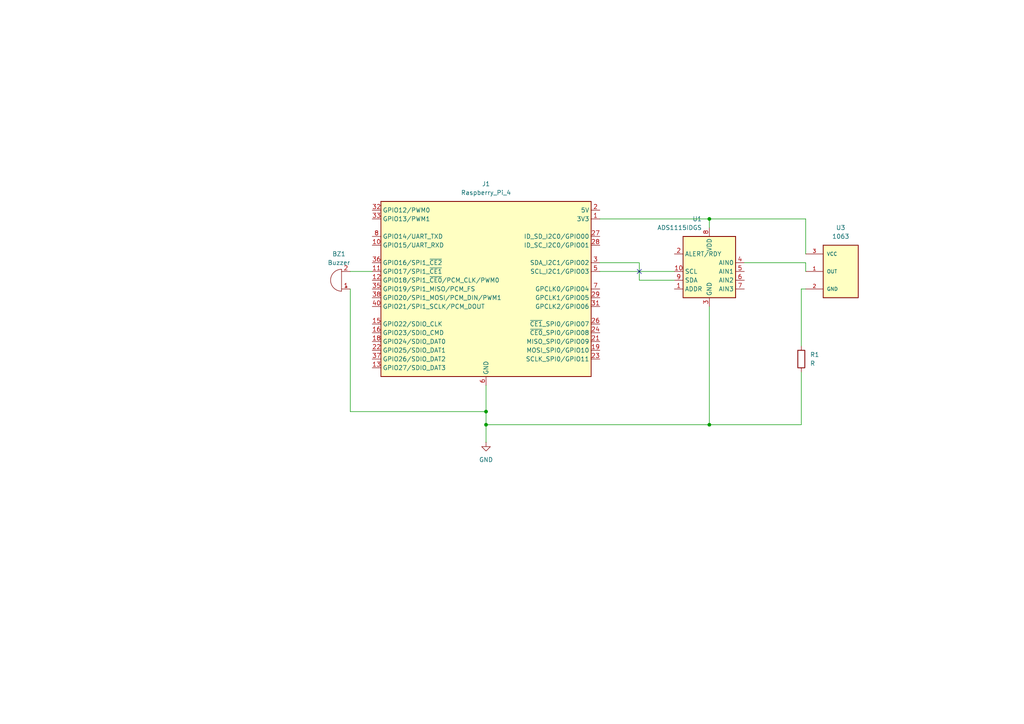
<source format=kicad_sch>
(kicad_sch (version 20250114) (generator "eeschema") (generator_version "9.0")
  (paper "A4")
  (lib_symbols
    (symbol "1063:1063" (pin_names (offset 1.016))
      (property "Reference" "U" (at -5.08 8.382 0))
      (property "Value" "1063" (at -5.08 -10.16 0))
      (symbol "1063_0_0"
        (rectangle (start -5.08 -7.62) (end 5.08 7.62) (stroke (width 0.254)) (fill (type background)))
        (pin power_in line (at 10.16 5.08 180) (length 5.08) (name "VCC") (number "3"))
        (pin output line (at 10.16 0 180) (length 5.08) (name "OUT") (number "1"))
        (pin power_in line (at 10.16 -5.08 180) (length 5.08) (name "GND") (number "2"))
      )
    )
    (symbol "Analog_ADC:ADS1115IDGS"
      (property "Reference" "U" (at 2.54 13.97 0))
      (property "Value" "ADS1115IDGS" (at 7.62 11.43 0))
      (symbol "ADS1115IDGS_0_1"
        (rectangle (start -7.62 10.16) (end 7.62 -7.62) (stroke (width 0.254)) (fill (type background)))
      )
      (symbol "ADS1115IDGS_1_1"
        (pin input line (at -10.16 2.54 0) (length 2.54) (name "AIN0") (number "4"))
        (pin input line (at -10.16 0 0) (length 2.54) (name "AIN1") (number "5"))
        (pin input line (at -10.16 -2.54 0) (length 2.54) (name "AIN2") (number "6"))
        (pin input line (at -10.16 -5.08 0) (length 2.54) (name "AIN3") (number "7"))
        (pin power_in line (at 0 12.7 270) (length 2.54) (name "VDD") (number "8"))
        (pin power_in line (at 0 -10.16 90) (length 2.54) (name "GND") (number "3"))
        (pin output line (at 10.16 5.08 180) (length 2.54) (name "ALERT/RDY") (number "2"))
        (pin input line (at 10.16 0 180) (length 2.54) (name "SCL") (number "10"))
        (pin bidirectional line (at 10.16 -2.54 180) (length 2.54) (name "SDA") (number "9"))
        (pin input line (at 10.16 -5.08 180) (length 2.54) (name "ADDR") (number "1"))
      )
    )
    (symbol "Connector:Raspberry_Pi_4"
      (property "Reference" "J" (at -17.526 48.768 0))
      (property "Value" "Raspberry_Pi_4" (at 15.748 -26.416 0))
      (symbol "Raspberry_Pi_4_0_1"
        (rectangle (start -30.48 25.4) (end 30.48 -25.4) (stroke (width 0.254)) (fill (type background)))
      )
      (symbol "Raspberry_Pi_4_1_1"
        (pin bidirectional line (at -33.02 22.86 0) (length 2.54) (name "GPIO12/PWM0") (number "32"))
        (pin bidirectional line (at -33.02 20.32 0) (length 2.54) (name "GPIO13/PWM1") (number "33"))
        (pin bidirectional line (at -33.02 15.24 0) (length 2.54) (name "GPIO14/UART_TXD") (number "8"))
        (pin bidirectional line (at -33.02 12.7 0) (length 2.54) (name "GPIO15/UART_RXD") (number "10"))
        (pin bidirectional line (at -33.02 7.62 0) (length 2.54) (name "GPIO16/SPI1_~{CE2}") (number "36"))
        (pin bidirectional line (at -33.02 5.08 0) (length 2.54) (name "GPIO17/SPI1_~{CE1}") (number "11"))
        (pin bidirectional line (at -33.02 2.54 0) (length 2.54) (name "GPIO18/SPI1_~{CE0}/PCM_CLK/PWM0") (number "12"))
        (pin bidirectional line (at -33.02 0 0) (length 2.54) (name "GPIO19/SPI1_MISO/PCM_FS") (number "35"))
        (pin bidirectional line (at -33.02 -2.54 0) (length 2.54) (name "GPIO20/SPI1_MOSI/PCM_DIN/PWM1") (number "38"))
        (pin bidirectional line (at -33.02 -5.08 0) (length 2.54) (name "GPIO21/SPI1_SCLK/PCM_DOUT") (number "40"))
        (pin bidirectional line (at -33.02 -10.16 0) (length 2.54) (name "GPIO22/SDIO_CLK") (number "15"))
        (pin bidirectional line (at -33.02 -12.7 0) (length 2.54) (name "GPIO23/SDIO_CMD") (number "16"))
        (pin bidirectional line (at -33.02 -15.24 0) (length 2.54) (name "GPIO24/SDIO_DAT0") (number "18"))
        (pin bidirectional line (at -33.02 -17.78 0) (length 2.54) (name "GPIO25/SDIO_DAT1") (number "22"))
        (pin bidirectional line (at -33.02 -20.32 0) (length 2.54) (name "GPIO26/SDIO_DAT2") (number "37"))
        (pin bidirectional line (at -33.02 -22.86 0) (length 2.54) (name "GPIO27/SDIO_DAT3") (number "13"))
        (pin passive line (at 0 -27.94 90) (length 2.54) (hide yes) (name "GND") (number "14"))
        (pin passive line (at 0 -27.94 90) (length 2.54) (hide yes) (name "GND") (number "20"))
        (pin passive line (at 0 -27.94 90) (length 2.54) (hide yes) (name "GND") (number "25"))
        (pin passive line (at 0 -27.94 90) (length 2.54) (hide yes) (name "GND") (number "30"))
        (pin passive line (at 0 -27.94 90) (length 2.54) (hide yes) (name "GND") (number "34"))
        (pin passive line (at 0 -27.94 90) (length 2.54) (hide yes) (name "GND") (number "39"))
        (pin power_out line (at 0 -27.94 90) (length 2.54) (name "GND") (number "6"))
        (pin passive line (at 0 -27.94 90) (length 2.54) (hide yes) (name "GND") (number "9"))
        (pin power_out line (at 33.02 22.86 180) (length 2.54) (name "5V") (number "2"))
        (pin passive line (at 33.02 22.86 180) (length 2.54) (hide yes) (name "5V") (number "4"))
        (pin power_out line (at 33.02 20.32 180) (length 2.54) (name "3V3") (number "1"))
        (pin passive line (at 33.02 20.32 180) (length 2.54) (hide yes) (name "3V3") (number "17"))
        (pin bidirectional line (at 33.02 15.24 180) (length 2.54) (name "ID_SD_I2C0/GPIO00") (number "27"))
        (pin bidirectional line (at 33.02 12.7 180) (length 2.54) (name "ID_SC_I2C0/GPIO01") (number "28"))
        (pin bidirectional line (at 33.02 7.62 180) (length 2.54) (name "SDA_I2C1/GPIO02") (number "3"))
        (pin bidirectional line (at 33.02 5.08 180) (length 2.54) (name "SCL_I2C1/GPIO03") (number "5"))
        (pin bidirectional line (at 33.02 0 180) (length 2.54) (name "GPCLK0/GPIO04") (number "7"))
        (pin bidirectional line (at 33.02 -2.54 180) (length 2.54) (name "GPCLK1/GPIO05") (number "29"))
        (pin bidirectional line (at 33.02 -5.08 180) (length 2.54) (name "GPCLK2/GPIO06") (number "31"))
        (pin bidirectional line (at 33.02 -10.16 180) (length 2.54) (name "~{CE1}_SPI0/GPIO07") (number "26"))
        (pin bidirectional line (at 33.02 -12.7 180) (length 2.54) (name "~{CE0}_SPI0/GPIO08") (number "24"))
        (pin bidirectional line (at 33.02 -15.24 180) (length 2.54) (name "MISO_SPI0/GPIO09") (number "21"))
        (pin bidirectional line (at 33.02 -17.78 180) (length 2.54) (name "MOSI_SPI0/GPIO10") (number "19"))
        (pin bidirectional line (at 33.02 -20.32 180) (length 2.54) (name "SCLK_SPI0/GPIO11") (number "23"))
      )
    )
    (symbol "Device:Buzzer" (pin_names (offset 0.0254) (hide yes))
      (property "Reference" "BZ" (at 3.81 1.27 0))
      (property "Value" "Buzzer" (at 3.81 -1.27 0))
      (symbol "Buzzer_0_1"
        (polyline (pts (xy -1.651 1.905) (xy -1.143 1.905)))
        (polyline (pts (xy -1.397 2.159) (xy -1.397 1.651)))
        (arc (start 0 3.175) (mid 3.1612 0) (end 0 -3.175))
        (polyline (pts (xy 0 3.175) (xy 0 -3.175)))
      )
      (symbol "Buzzer_1_1"
        (pin passive line (at -2.54 2.54 0) (length 2.54) (name "+") (number "1"))
        (pin passive line (at -2.54 -2.54 0) (length 2.54) (name "-") (number "2"))
      )
    )
    (symbol "Device:R" (pin_numbers (hide yes)) (pin_names (offset 0))
      (property "Reference" "R" (at 2.032 0 90))
      (property "Value" "R" (at 0 0 90))
      (symbol "R_0_1"
        (rectangle (start -1.016 -2.54) (end 1.016 2.54) (stroke (width 0.254)))
      )
      (symbol "R_1_1"
        (pin passive line (at 0 3.81 270) (length 1.27) (name "~") (number "1"))
        (pin passive line (at 0 -3.81 90) (length 1.27) (name "~") (number "2"))
      )
    )
    (symbol "power:GND" (power) (pin_numbers (hide yes)) (pin_names (offset 0) (hide yes))
      (property "Value" "GND" (at 0 -3.81 0))
      (symbol "GND_0_1"
        (polyline (pts (xy 0 0) (xy 0 -1.27) (xy 1.27 -1.27) (xy 0 -2.54) (xy -1.27 -1.27) (xy 0 -1.27)))
      )
      (symbol "GND_1_1"
        (pin power_in line (at 0 0 270) (length 0) (name "~") (number "1"))
      )
    )
  )
  (junction (at 205.74 63.5))
  (junction (at 140.97 123.19))
  (junction (at 140.97 119.38))
  (junction (at 205.74 123.19))
  (no_connect (at 185.42 78.74))
  (wire (pts (xy 205.74 63.5) (xy 233.68 63.5)))
  (wire (pts (xy 140.97 111.76) (xy 140.97 119.38)))
  (wire (pts (xy 173.99 78.74) (xy 195.58 78.74)))
  (wire (pts (xy 205.74 88.9) (xy 205.74 123.19)))
  (wire (pts (xy 173.99 63.5) (xy 205.74 63.5)))
  (wire (pts (xy 185.42 76.2) (xy 173.99 76.2)))
  (wire (pts (xy 101.6 83.82) (xy 101.6 119.38)))
  (wire (pts (xy 232.41 100.33) (xy 232.41 83.82)))
  (wire (pts (xy 232.41 83.82) (xy 233.68 83.82)))
  (wire (pts (xy 215.9 76.2) (xy 233.68 76.2)))
  (wire (pts (xy 185.42 81.28) (xy 185.42 76.2)))
  (wire (pts (xy 205.74 63.5) (xy 205.74 66.04)))
  (wire (pts (xy 101.6 78.74) (xy 107.95 78.74)))
  (wire (pts (xy 233.68 76.2) (xy 233.68 78.74)))
  (wire (pts (xy 232.41 123.19) (xy 232.41 107.95)))
  (wire (pts (xy 140.97 119.38) (xy 140.97 123.19)))
  (wire (pts (xy 205.74 123.19) (xy 140.97 123.19)))
  (wire (pts (xy 101.6 119.38) (xy 140.97 119.38)))
  (wire (pts (xy 195.58 81.28) (xy 185.42 81.28)))
  (wire (pts (xy 205.74 123.19) (xy 232.41 123.19)))
  (wire (pts (xy 233.68 63.5) (xy 233.68 73.66)))
  (wire (pts (xy 140.97 123.19) (xy 140.97 128.27)))
  (symbol (lib_id "1063:1063") (at 243.84 78.74 0) (mirror y) (unit 1)
    (property "Reference" "U3" (at 243.84 66.04 0))
    (property "Value" "1063" (at 243.84 68.58 0))
    (property "Footprint" "1063:MODULE_1063" (effects (hide yes)))
    (property "MF" "Adafruit" (effects (hide yes)))
    (property "Description_1" "Electret Microphone Amplifier - MAX4466 with Adjustable Gain | Adafruit Industries 1063" (effects (hide yes)))
    (property "Package" "None" (effects (hide yes)))
    (property "Price" "None" (effects (hide yes)))
    (property "Check_prices" "https://www.snapeda.com/parts/1063/Adafruit+Industries/view-part/?ref=eda" (effects (hide yes)))
    (property "STANDARD" "Manufacturer Recommendations" (effects (hide yes)))
    (property "PARTREV" "1.0" (effects (hide yes)))
    (property "SnapEDA_Link" "https://www.snapeda.com/parts/1063/Adafruit+Industries/view-part/?ref=snap" (effects (hide yes)))
    (property "MP" "1063" (effects (hide yes)))
    (property "SNAPEDA_PN" "1063" (effects (hide yes)))
    (property "Availability" "In Stock" (effects (hide yes)))
    (property "MANUFACTURER" "Adafruit Industries" (effects (hide yes)))
  )
  (symbol (lib_id "Device:Buzzer") (at 99.06 81.28 180) (unit 1)
    (property "Reference" "BZ1" (at 98.3049 73.66 0))
    (property "Value" "Buzzer" (at 98.3049 76.2 0))
    (property "Description" "Buzzer, polarized" (effects (hide yes)))
  )
  (symbol (lib_id "Connector:Raspberry_Pi_4") (at 140.97 83.82 0) (unit 1)
    (property "Reference" "J1" (at 140.97 53.34 0))
    (property "Value" "Raspberry_Pi_4" (at 140.97 55.88 0))
    (property "Datasheet" "https://datasheets.raspberrypi.com/rpi4/raspberry-pi-4-datasheet.pdf" (effects (hide yes)))
    (property "Description" "Raspberry Pi 4 Model B" (effects (hide yes)))
  )
  (symbol (lib_id "power:GND") (at 140.97 128.27 0) (unit 1)
    (property "Reference" "#PWR01" (effects (hide yes)))
    (property "Value" "GND" (at 140.97 133.35 0))
    (property "Description" "Power symbol creates a global label with name \"GND\" , ground" (effects (hide yes)))
  )
  (symbol (lib_id "Device:R") (at 232.41 104.14 0) (unit 1)
    (property "Reference" "R1" (at 234.95 102.8699 0) (effects (justify left)))
    (property "Value" "R" (at 234.95 105.4099 0) (effects (justify left)))
    (property "Description" "Resistor" (effects (hide yes)))
  )
  (symbol (lib_id "Analog_ADC:ADS1115IDGS") (at 205.74 78.74 0) (mirror y) (unit 1)
    (property "Reference" "U1" (at 203.5967 63.5 0) (effects (justify left)))
    (property "Value" "ADS1115IDGS" (at 203.5967 66.04 0) (effects (justify left)))
    (property "Footprint" "Package_SO:TSSOP-10_3x3mm_P0.5mm" (effects (hide yes)))
    (property "Datasheet" "http://www.ti.com/lit/ds/symlink/ads1113.pdf" (effects (hide yes)))
    (property "Description" "Ultra-Small, Low-Power, I2C-Compatible, 860-SPS, 16-Bit ADCs With Internal Reference, Oscillator, and Programmable Comparator, VSSOP-10" (effects (hide yes)))
  )
)
</source>
